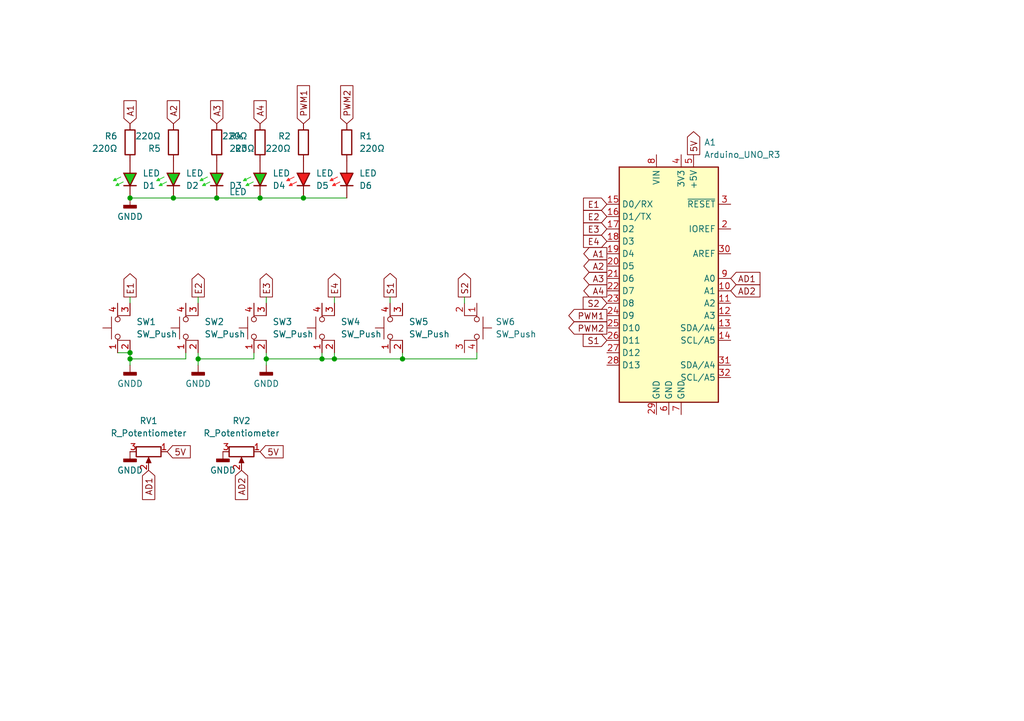
<source format=kicad_sch>
(kicad_sch (version 20250114) (generator "eeschema") (generator_version "9.0")
  (paper "A5")
  (lib_symbols
    (symbol "Device:R" (pin_numbers (hide yes)) (pin_names (offset 0))
      (property "Reference" "R" (at 2.032 0 90))
      (property "Value" "R" (at 0 0 90))
      (symbol "R_0_1"
        (rectangle (start -1.016 -2.54) (end 1.016 2.54) (stroke (width 0.254)))
      )
      (symbol "R_1_1"
        (pin passive line (at 0 3.81 270) (length 1.27) (name "~") (number "1"))
        (pin passive line (at 0 -3.81 90) (length 1.27) (name "~") (number "2"))
      )
    )
    (symbol "Device:R_Potentiometer" (pin_names (offset 1.016) (hide yes))
      (property "Reference" "RV" (at -4.445 0 90))
      (property "Value" "R_Potentiometer" (at -2.54 0 90))
      (symbol "R_Potentiometer_0_1"
        (rectangle (start 1.016 2.54) (end -1.016 -2.54) (stroke (width 0.254)))
        (polyline (pts (xy 1.143 0) (xy 2.286 0.508) (xy 2.286 -0.508) (xy 1.143 0)) (fill (type outline)))
        (polyline (pts (xy 2.54 0) (xy 1.524 0)))
      )
      (symbol "R_Potentiometer_1_1"
        (pin passive line (at 0 3.81 270) (length 1.27) (name "1") (number "1"))
        (pin passive line (at 0 -3.81 90) (length 1.27) (name "3") (number "3"))
        (pin passive line (at 3.81 0 180) (length 1.27) (name "2") (number "2"))
      )
    )
    (symbol "LED_AKL:LED_3mm_Green" (pin_numbers (hide yes)) (pin_names (offset 1.016) (hide yes))
      (property "Reference" "LED" (at 0 7.62 0))
      (property "Value" "LED_3mm_Green" (at 0 5.08 0))
      (symbol "LED_3mm_Green_0_1"
        (polyline (pts (xy -1.27 1.27) (xy -1.27 -1.27) (xy 1.27 0) (xy -1.27 1.27)) (stroke (width 0.254)) (fill (type color) (color 30 200 30 1)))
        (polyline (pts (xy -0.508 1.905) (xy 0.254 3.429)) (stroke (width 0.1524) (color 30 200 30 1)))
        (polyline (pts (xy 0.254 2.794) (xy -0.254 3.048) (xy 0.254 3.429) (xy 0.254 2.794)) (stroke (width 0) (color 30 200 30 1)) (fill (type outline)))
        (polyline (pts (xy 0.508 1.397) (xy 1.27 2.921)) (stroke (width 0.1524) (color 30 200 30 1)))
        (polyline (pts (xy 1.27 2.286) (xy 0.762 2.54) (xy 1.27 2.921) (xy 1.27 2.286)) (stroke (width 0.1524) (color 30 200 30 1)) (fill (type outline)))
        (polyline (pts (xy 1.27 1.27) (xy 1.27 -1.27)) (stroke (width 0.254)))
      )
      (symbol "LED_3mm_Green_0_2"
        (polyline (pts (xy -2.54 -2.54) (xy -0.889 -0.889)))
        (polyline (pts (xy -1.651 0.889) (xy -2.159 2.413)) (stroke (width 0) (color 30 200 30 1)))
        (polyline (pts (xy -0.889 -0.889) (xy -1.778 0) (xy 0.889 0.889) (xy 0 -1.778) (xy -0.889 -0.889)) (stroke (width 0.254)) (fill (type color) (color 30 200 30 1)))
        (polyline (pts (xy -0.508 1.27) (xy -1.016 2.794)) (stroke (width 0) (color 30 200 30 1)))
        (polyline (pts (xy 0 1.778) (xy 1.778 0)) (stroke (width 0.254)))
        (polyline (pts (xy 0.889 0.889) (xy 2.54 2.54)))
      )
      (symbol "LED_3mm_Green_1_1"
        (pin passive line (at -3.81 0 0) (length 2.54) (name "A") (number "2"))
        (pin passive line (at 3.81 0 180) (length 2.54) (name "K") (number "1"))
      )
      (symbol "LED_3mm_Green_1_2"
        (polyline (pts (xy -2.159 2.413) (xy -2.286 1.778) (xy -1.6764 1.9812) (xy -2.159 2.413)) (stroke (width 0) (color 30 200 30 1)) (fill (type outline)))
        (polyline (pts (xy -1.016 2.794) (xy -1.143 2.159) (xy -0.5334 2.3622) (xy -1.016 2.794)) (stroke (width 0) (color 30 200 30 1)) (fill (type outline)))
        (pin passive line (at -2.54 -2.54 0) (length 0) (name "A") (number "2"))
        (pin passive line (at 2.54 2.54 180) (length 0) (name "K") (number "1"))
      )
    )
    (symbol "LED_AKL:LED_3mm_Red" (pin_numbers (hide yes)) (pin_names (offset 1.016) (hide yes))
      (property "Reference" "LED" (at 0 7.62 0))
      (property "Value" "LED_3mm_Red" (at 0 5.08 0))
      (symbol "LED_3mm_Red_0_1"
        (polyline (pts (xy -1.27 1.27) (xy -1.27 -1.27) (xy 1.27 0) (xy -1.27 1.27)) (stroke (width 0.254)) (fill (type color) (color 240 30 30 1)))
        (polyline (pts (xy -0.508 1.905) (xy 0.254 3.429)) (stroke (width 0.1524) (color 240 30 30 1)))
        (polyline (pts (xy 0.254 2.794) (xy -0.254 3.048) (xy 0.254 3.429) (xy 0.254 2.794)) (stroke (width 0) (color 240 30 30 1)) (fill (type outline)))
        (polyline (pts (xy 0.508 1.397) (xy 1.27 2.921)) (stroke (width 0.1524) (color 240 30 30 1)))
        (polyline (pts (xy 1.27 2.286) (xy 0.762 2.54) (xy 1.27 2.921) (xy 1.27 2.286)) (stroke (width 0.1524) (color 240 30 30 1)) (fill (type outline)))
        (polyline (pts (xy 1.27 1.27) (xy 1.27 -1.27)) (stroke (width 0.254)))
      )
      (symbol "LED_3mm_Red_0_2"
        (polyline (pts (xy -2.54 -2.54) (xy -0.889 -0.889)))
        (polyline (pts (xy -1.651 0.889) (xy -2.159 2.413)) (stroke (width 0) (color 240 30 30 1)))
        (polyline (pts (xy -0.889 -0.889) (xy -1.778 0) (xy 0.889 0.889) (xy 0 -1.778) (xy -0.889 -0.889)) (stroke (width 0.254)) (fill (type color) (color 240 30 30 1)))
        (polyline (pts (xy -0.508 1.27) (xy -1.016 2.794)) (stroke (width 0) (color 240 30 30 1)))
        (polyline (pts (xy 0 1.778) (xy 1.778 0)) (stroke (width 0.254)))
        (polyline (pts (xy 0.889 0.889) (xy 2.54 2.54)))
      )
      (symbol "LED_3mm_Red_1_1"
        (pin passive line (at -3.81 0 0) (length 2.54) (name "A") (number "2"))
        (pin passive line (at 3.81 0 180) (length 2.54) (name "K") (number "1"))
      )
      (symbol "LED_3mm_Red_1_2"
        (polyline (pts (xy -2.159 2.413) (xy -2.286 1.778) (xy -1.6764 1.9812) (xy -2.159 2.413)) (stroke (width 0) (color 240 30 30 1)) (fill (type outline)))
        (polyline (pts (xy -1.016 2.794) (xy -1.143 2.159) (xy -0.5334 2.3622) (xy -1.016 2.794)) (stroke (width 0) (color 240 30 30 1)) (fill (type outline)))
        (pin passive line (at -2.54 -2.54 0) (length 0) (name "A") (number "2"))
        (pin passive line (at 2.54 2.54 180) (length 0) (name "K") (number "1"))
      )
    )
    (symbol "MCU_Module:Arduino_UNO_R3"
      (property "Reference" "A" (at -10.16 23.495 0))
      (property "Value" "Arduino_UNO_R3" (at 5.08 -26.67 0))
      (symbol "Arduino_UNO_R3_0_1"
        (rectangle (start -10.16 22.86) (end 10.16 -25.4) (stroke (width 0.254)) (fill (type background)))
      )
      (symbol "Arduino_UNO_R3_1_1"
        (pin bidirectional line (at -12.7 15.24 0) (length 2.54) (name "D0/RX") (number "15"))
        (pin bidirectional line (at -12.7 12.7 0) (length 2.54) (name "D1/TX") (number "16"))
        (pin bidirectional line (at -12.7 10.16 0) (length 2.54) (name "D2") (number "17"))
        (pin bidirectional line (at -12.7 7.62 0) (length 2.54) (name "D3") (number "18"))
        (pin bidirectional line (at -12.7 5.08 0) (length 2.54) (name "D4") (number "19"))
        (pin bidirectional line (at -12.7 2.54 0) (length 2.54) (name "D5") (number "20"))
        (pin bidirectional line (at -12.7 0 0) (length 2.54) (name "D6") (number "21"))
        (pin bidirectional line (at -12.7 -2.54 0) (length 2.54) (name "D7") (number "22"))
        (pin bidirectional line (at -12.7 -5.08 0) (length 2.54) (name "D8") (number "23"))
        (pin bidirectional line (at -12.7 -7.62 0) (length 2.54) (name "D9") (number "24"))
        (pin bidirectional line (at -12.7 -10.16 0) (length 2.54) (name "D10") (number "25"))
        (pin bidirectional line (at -12.7 -12.7 0) (length 2.54) (name "D11") (number "26"))
        (pin bidirectional line (at -12.7 -15.24 0) (length 2.54) (name "D12") (number "27"))
        (pin bidirectional line (at -12.7 -17.78 0) (length 2.54) (name "D13") (number "28"))
        (pin no_connect line (at -10.16 -20.32 0) (length 2.54) (hide yes) (name "NC") (number "1"))
        (pin power_in line (at -2.54 25.4 270) (length 2.54) (name "VIN") (number "8"))
        (pin power_in line (at -2.54 -27.94 90) (length 2.54) (name "GND") (number "29"))
        (pin power_in line (at 0 -27.94 90) (length 2.54) (name "GND") (number "6"))
        (pin power_out line (at 2.54 25.4 270) (length 2.54) (name "3V3") (number "4"))
        (pin power_in line (at 2.54 -27.94 90) (length 2.54) (name "GND") (number "7"))
        (pin power_out line (at 5.08 25.4 270) (length 2.54) (name "+5V") (number "5"))
        (pin input line (at 12.7 15.24 180) (length 2.54) (name "~{RESET}") (number "3"))
        (pin output line (at 12.7 10.16 180) (length 2.54) (name "IOREF") (number "2"))
        (pin input line (at 12.7 5.08 180) (length 2.54) (name "AREF") (number "30"))
        (pin bidirectional line (at 12.7 0 180) (length 2.54) (name "A0") (number "9"))
        (pin bidirectional line (at 12.7 -2.54 180) (length 2.54) (name "A1") (number "10"))
        (pin bidirectional line (at 12.7 -5.08 180) (length 2.54) (name "A2") (number "11"))
        (pin bidirectional line (at 12.7 -7.62 180) (length 2.54) (name "A3") (number "12"))
        (pin bidirectional line (at 12.7 -10.16 180) (length 2.54) (name "SDA/A4") (number "13"))
        (pin bidirectional line (at 12.7 -12.7 180) (length 2.54) (name "SCL/A5") (number "14"))
        (pin bidirectional line (at 12.7 -17.78 180) (length 2.54) (name "SDA/A4") (number "31"))
        (pin bidirectional line (at 12.7 -20.32 180) (length 2.54) (name "SCL/A5") (number "32"))
      )
    )
    (symbol "Switch:SW_MEC_5E" (pin_names (offset 1.016) (hide yes))
      (property "Reference" "SW" (at 0.635 5.715 0))
      (property "Value" "SW_MEC_5E" (at 0 -3.175 0))
      (symbol "SW_MEC_5E_0_1"
        (polyline (pts (xy -2.54 0) (xy -2.54 2.54) (xy -2.286 2.54)))
        (polyline (pts (xy -2.286 3.81) (xy 2.286 3.81)))
        (circle (center -1.778 2.54) (radius 0.508))
        (polyline (pts (xy 0 3.81) (xy 0 5.588)))
        (circle (center 1.778 2.54) (radius 0.508))
        (polyline (pts (xy 2.54 0) (xy 2.54 2.54) (xy 2.286 2.54)))
        (pin passive line (at -5.08 2.54 0) (length 2.54) (name "1") (number "1"))
        (pin passive line (at -5.08 0 0) (length 2.54) (name "2") (number "2"))
        (pin passive line (at 5.08 2.54 180) (length 2.54) (name "A") (number "4"))
        (pin passive line (at 5.08 0 180) (length 2.54) (name "K") (number "3"))
      )
    )
    (symbol "power:GNDD" (power) (pin_numbers (hide yes)) (pin_names (offset 0) (hide yes))
      (property "Value" "GNDD" (at 0 -3.175 0))
      (symbol "GNDD_0_1"
        (rectangle (start -1.27 -1.524) (end 1.27 -2.032) (stroke (width 0.254)) (fill (type outline)))
        (polyline (pts (xy 0 0) (xy 0 -1.524)))
      )
      (symbol "GNDD_1_1"
        (pin power_in line (at 0 0 270) (length 0) (name "~") (number "1"))
      )
    )
  )
  (junction (at 35.56 40.64))
  (junction (at 53.34 40.64))
  (junction (at 54.61 73.66))
  (junction (at 68.58 73.66))
  (junction (at 66.04 73.66))
  (junction (at 40.64 73.66))
  (junction (at 26.67 72.39))
  (junction (at 44.45 40.64))
  (junction (at 62.23 40.64))
  (junction (at 82.55 73.66))
  (junction (at 26.67 73.66))
  (junction (at 26.67 40.64))
  (wire (pts (xy 40.64 73.66) (xy 52.07 73.66)))
  (wire (pts (xy 40.64 72.39) (xy 40.64 73.66)))
  (wire (pts (xy 24.13 72.39) (xy 26.67 72.39)))
  (wire (pts (xy 40.64 60.96) (xy 40.64 62.23)))
  (wire (pts (xy 97.79 72.39) (xy 97.79 73.66)))
  (wire (pts (xy 40.64 73.66) (xy 40.64 74.93)))
  (wire (pts (xy 26.67 72.39) (xy 26.67 73.66)))
  (wire (pts (xy 26.67 60.96) (xy 26.67 62.23)))
  (wire (pts (xy 26.67 73.66) (xy 38.1 73.66)))
  (wire (pts (xy 54.61 73.66) (xy 66.04 73.66)))
  (wire (pts (xy 66.04 72.39) (xy 66.04 73.66)))
  (wire (pts (xy 54.61 72.39) (xy 54.61 73.66)))
  (wire (pts (xy 68.58 72.39) (xy 68.58 73.66)))
  (wire (pts (xy 26.67 40.64) (xy 35.56 40.64)))
  (wire (pts (xy 82.55 73.66) (xy 68.58 73.66)))
  (wire (pts (xy 80.01 60.96) (xy 80.01 62.23)))
  (wire (pts (xy 97.79 73.66) (xy 82.55 73.66)))
  (wire (pts (xy 35.56 40.64) (xy 44.45 40.64)))
  (wire (pts (xy 54.61 60.96) (xy 54.61 62.23)))
  (wire (pts (xy 66.04 73.66) (xy 68.58 73.66)))
  (wire (pts (xy 54.61 73.66) (xy 54.61 74.93)))
  (wire (pts (xy 82.55 72.39) (xy 82.55 73.66)))
  (wire (pts (xy 62.23 40.64) (xy 71.12 40.64)))
  (wire (pts (xy 38.1 72.39) (xy 38.1 73.66)))
  (wire (pts (xy 68.58 60.96) (xy 68.58 62.23)))
  (wire (pts (xy 53.34 40.64) (xy 62.23 40.64)))
  (wire (pts (xy 26.67 73.66) (xy 26.67 74.93)))
  (wire (pts (xy 44.45 40.64) (xy 53.34 40.64)))
  (wire (pts (xy 52.07 72.39) (xy 52.07 73.66)))
  (wire (pts (xy 95.25 60.96) (xy 95.25 62.23)))
  (global_label "E2" (shape output) (at 40.64 60.96 90) (property "Intersheetrefs" "${INTERSHEET_REFS}" (effects (hide yes))))
  (global_label "A1" (shape input) (at 26.67 25.4 90) (property "Intersheetrefs" "${INTERSHEET_REFS}" (effects (hide yes))))
  (global_label "AD1" (shape input) (at 149.86 57.15 0) (property "Intersheetrefs" "${INTERSHEET_REFS}" (effects (hide yes))))
  (global_label "A2" (shape input) (at 35.56 25.4 90) (property "Intersheetrefs" "${INTERSHEET_REFS}" (effects (hide yes))))
  (global_label "E2" (shape input) (at 124.46 44.45 180) (property "Intersheetrefs" "${INTERSHEET_REFS}" (effects (hide yes))))
  (global_label "5V" (shape input) (at 53.34 92.71 0) (property "Intersheetrefs" "${INTERSHEET_REFS}" (effects (hide yes))))
  (global_label "AD2" (shape input) (at 49.53 96.52 270) (property "Intersheetrefs" "${INTERSHEET_REFS}" (effects (hide yes))))
  (global_label "PWM1" (shape input) (at 62.23 25.4 90) (property "Intersheetrefs" "${INTERSHEET_REFS}" (effects (hide yes))))
  (global_label "E1" (shape output) (at 26.67 60.96 90) (property "Intersheetrefs" "${INTERSHEET_REFS}" (effects (hide yes))))
  (global_label "S2" (shape output) (at 95.25 60.96 90) (property "Intersheetrefs" "${INTERSHEET_REFS}" (effects (hide yes))))
  (global_label "PWM2" (shape output) (at 124.46 67.31 180) (property "Intersheetrefs" "${INTERSHEET_REFS}" (effects (hide yes))))
  (global_label "S1" (shape input) (at 124.46 69.85 180) (property "Intersheetrefs" "${INTERSHEET_REFS}" (effects (hide yes))))
  (global_label "A3" (shape output) (at 124.46 57.15 180) (property "Intersheetrefs" "${INTERSHEET_REFS}" (effects (hide yes))))
  (global_label "5V" (shape output) (at 142.24 31.75 90) (property "Intersheetrefs" "${INTERSHEET_REFS}" (effects (hide yes))))
  (global_label "S1" (shape output) (at 80.01 60.96 90) (property "Intersheetrefs" "${INTERSHEET_REFS}" (effects (hide yes))))
  (global_label "PWM2" (shape input) (at 71.12 25.4 90) (property "Intersheetrefs" "${INTERSHEET_REFS}" (effects (hide yes))))
  (global_label "A4" (shape input) (at 53.34 25.4 90) (property "Intersheetrefs" "${INTERSHEET_REFS}" (effects (hide yes))))
  (global_label "AD1" (shape input) (at 30.48 96.52 270) (property "Intersheetrefs" "${INTERSHEET_REFS}" (effects (hide yes))))
  (global_label "A1" (shape output) (at 124.46 52.07 180) (property "Intersheetrefs" "${INTERSHEET_REFS}" (effects (hide yes))))
  (global_label "A4" (shape output) (at 124.46 59.69 180) (property "Intersheetrefs" "${INTERSHEET_REFS}" (effects (hide yes))))
  (global_label "E3" (shape input) (at 124.46 46.99 180) (property "Intersheetrefs" "${INTERSHEET_REFS}" (effects (hide yes))))
  (global_label "E4" (shape output) (at 68.58 60.96 90) (property "Intersheetrefs" "${INTERSHEET_REFS}" (effects (hide yes))))
  (global_label "A3" (shape input) (at 44.45 25.4 90) (property "Intersheetrefs" "${INTERSHEET_REFS}" (effects (hide yes))))
  (global_label "E4" (shape input) (at 124.46 49.53 180) (property "Intersheetrefs" "${INTERSHEET_REFS}" (effects (hide yes))))
  (global_label "PWM1" (shape output) (at 124.46 64.77 180) (property "Intersheetrefs" "${INTERSHEET_REFS}" (effects (hide yes))))
  (global_label "AD2" (shape input) (at 149.86 59.69 0) (property "Intersheetrefs" "${INTERSHEET_REFS}" (effects (hide yes))))
  (global_label "E1" (shape input) (at 124.46 41.91 180) (property "Intersheetrefs" "${INTERSHEET_REFS}" (effects (hide yes))))
  (global_label "S2" (shape input) (at 124.46 62.23 180) (property "Intersheetrefs" "${INTERSHEET_REFS}" (effects (hide yes))))
  (global_label "5V" (shape input) (at 34.29 92.71 0) (property "Intersheetrefs" "${INTERSHEET_REFS}" (effects (hide yes))))
  (global_label "A2" (shape output) (at 124.46 54.61 180) (property "Intersheetrefs" "${INTERSHEET_REFS}" (effects (hide yes))))
  (global_label "E3" (shape output) (at 54.61 60.96 90) (property "Intersheetrefs" "${INTERSHEET_REFS}" (effects (hide yes))))
  (symbol (lib_id "Device:R") (at 53.34 29.21 180) (unit 1)
    (property "Reference" "R3" (at 50.8 30.4801 0) (effects (justify left)))
    (property "Value" "220Ω" (at 50.8 27.9401 0) (effects (justify left)))
    (property "Footprint" "Resistor_THT:R_Axial_DIN0207_L6.3mm_D2.5mm_P5.08mm_Vertical" (effects (hide yes)))
    (property "Description" "Resistor" (effects (hide yes)))
  )
  (symbol (lib_id "Device:R_Potentiometer") (at 49.53 92.71 270) (unit 1)
    (property "Reference" "RV2" (at 49.53 86.36 90))
    (property "Value" "R_Potentiometer" (at 49.53 88.9 90))
    (property "Footprint" "Library:3310" (effects (hide yes)))
    (property "Description" "Potentiometer" (effects (hide yes)))
  )
  (symbol (lib_id "Device:R") (at 26.67 29.21 0) (mirror y) (unit 1)
    (property "Reference" "R6" (at 24.13 27.9399 0) (effects (justify left)))
    (property "Value" "220Ω" (at 24.13 30.4799 0) (effects (justify left)))
    (property "Footprint" "Resistor_THT:R_Axial_DIN0207_L6.3mm_D2.5mm_P5.08mm_Vertical" (effects (hide yes)))
    (property "Description" "Resistor" (effects (hide yes)))
  )
  (symbol (lib_id "Device:R") (at 44.45 29.21 0) (mirror y) (unit 1)
    (property "Reference" "R4" (at 46.99 27.9399 0) (effects (justify right)))
    (property "Value" "220Ω" (at 46.99 30.4799 0) (effects (justify right)))
    (property "Footprint" "Resistor_THT:R_Axial_DIN0207_L6.3mm_D2.5mm_P5.08mm_Vertical" (effects (hide yes)))
    (property "Description" "Resistor" (effects (hide yes)))
  )
  (symbol (lib_id "power:GNDD") (at 40.64 74.93 0) (unit 1)
    (property "Reference" "#PWR06" (effects (hide yes)))
    (property "Value" "GNDD" (at 40.64 78.74 0))
    (property "Description" "Power symbol creates a global label with name \"GNDD\" , digital ground" (effects (hide yes)))
  )
  (symbol (lib_id "Switch:SW_MEC_5E") (at 68.58 67.31 90) (unit 1)
    (property "Reference" "SW4" (at 69.85 66.0399 90) (effects (justify right)))
    (property "Value" "SW_Push" (at 69.85 68.5799 90) (effects (justify right)))
    (property "Footprint" "Button_Switch_THT:SW_PUSH_6mm" (effects (hide yes)))
    (property "Datasheet" "http://www.apem.com/int/index.php?controller=attachment&id_attachment=1371" (effects (hide yes)))
    (property "Description" "MEC 5E single pole normally-open tactile switch" (effects (hide yes)))
  )
  (symbol (lib_id "power:GNDD") (at 26.67 40.64 0) (unit 1)
    (property "Reference" "#PWR01" (effects (hide yes)))
    (property "Value" "GNDD" (at 26.67 44.45 0))
    (property "Description" "Power symbol creates a global label with name \"GNDD\" , digital ground" (effects (hide yes)))
  )
  (symbol (lib_id "LED_AKL:LED_3mm_Green") (at 26.67 36.83 90) (mirror x) (unit 1)
    (property "Reference" "D1" (at 29.21 38.1001 90) (effects (justify right)))
    (property "Value" "LED" (at 29.21 35.5601 90) (effects (justify right)))
    (property "Footprint" "LED_THT_AKL:LED_D3.0mm" (effects (hide yes)))
    (property "Description" "Green LED, 3mm THT, Alternate KiCad Library" (effects (hide yes)))
    (property "Sim.Pins" "1=K 2=A" (effects (hide yes)))
  )
  (symbol (lib_id "Switch:SW_MEC_5E") (at 40.64 67.31 90) (unit 1)
    (property "Reference" "SW2" (at 41.91 66.0399 90) (effects (justify right)))
    (property "Value" "SW_Push" (at 41.91 68.5799 90) (effects (justify right)))
    (property "Footprint" "Button_Switch_THT:SW_PUSH_6mm" (effects (hide yes)))
    (property "Datasheet" "http://www.apem.com/int/index.php?controller=attachment&id_attachment=1371" (effects (hide yes)))
    (property "Description" "MEC 5E single pole normally-open tactile switch" (effects (hide yes)))
  )
  (symbol (lib_id "Switch:SW_MEC_5E") (at 82.55 67.31 90) (unit 1)
    (property "Reference" "SW5" (at 83.82 66.0399 90) (effects (justify right)))
    (property "Value" "SW_Push" (at 83.82 68.5799 90) (effects (justify right)))
    (property "Footprint" "Button_Switch_THT:SW_PUSH_6mm" (effects (hide yes)))
    (property "Datasheet" "http://www.apem.com/int/index.php?controller=attachment&id_attachment=1371" (effects (hide yes)))
    (property "Description" "MEC 5E single pole normally-open tactile switch" (effects (hide yes)))
  )
  (symbol (lib_id "LED_AKL:LED_3mm_Green") (at 35.56 36.83 90) (mirror x) (unit 1)
    (property "Reference" "D2" (at 38.1 38.1001 90) (effects (justify right)))
    (property "Value" "LED" (at 38.1 35.5601 90) (effects (justify right)))
    (property "Footprint" "LED_THT_AKL:LED_D3.0mm" (effects (hide yes)))
    (property "Description" "Green LED, 3mm THT, Alternate KiCad Library" (effects (hide yes)))
    (property "Sim.Pins" "1=K 2=A" (effects (hide yes)))
  )
  (symbol (lib_id "Device:R") (at 71.12 29.21 180) (unit 1)
    (property "Reference" "R1" (at 73.66 27.9399 0) (effects (justify right)))
    (property "Value" "220Ω" (at 73.66 30.4799 0) (effects (justify right)))
    (property "Footprint" "Resistor_THT:R_Axial_DIN0207_L6.3mm_D2.5mm_P5.08mm_Vertical" (effects (hide yes)))
    (property "Description" "Resistor" (effects (hide yes)))
  )
  (symbol (lib_id "LED_AKL:LED_3mm_Green") (at 44.45 36.83 90) (mirror x) (unit 1)
    (property "Reference" "D3" (at 46.99 38.1001 90) (effects (justify right)))
    (property "Value" "LED" (at 46.99 39.3701 90) (effects (justify right)))
    (property "Footprint" "LED_THT_AKL:LED_D3.0mm" (effects (hide yes)))
    (property "Description" "Green LED, 3mm THT, Alternate KiCad Library" (effects (hide yes)))
    (property "Sim.Pins" "1=K 2=A" (effects (hide yes)))
  )
  (symbol (lib_id "power:GNDD") (at 26.67 92.71 0) (unit 1)
    (property "Reference" "#PWR03" (effects (hide yes)))
    (property "Value" "GNDD" (at 26.67 96.52 0))
    (property "Description" "Power symbol creates a global label with name \"GNDD\" , digital ground" (effects (hide yes)))
  )
  (symbol (lib_id "Device:R") (at 35.56 29.21 180) (unit 1)
    (property "Reference" "R5" (at 33.02 30.4801 0) (effects (justify left)))
    (property "Value" "220Ω" (at 33.02 27.9401 0) (effects (justify left)))
    (property "Footprint" "Resistor_THT:R_Axial_DIN0207_L6.3mm_D2.5mm_P5.08mm_Vertical" (effects (hide yes)))
    (property "Description" "Resistor" (effects (hide yes)))
  )
  (symbol (lib_id "MCU_Module:Arduino_UNO_R3") (at 137.16 57.15 0) (unit 1)
    (property "Reference" "A1" (at 144.3833 29.21 0) (effects (justify left)))
    (property "Value" "Arduino_UNO_R3" (at 144.3833 31.75 0) (effects (justify left)))
    (property "Footprint" "Module:Arduino_UNO_R3" (effects (hide yes)))
    (property "Datasheet" "https://www.arduino.cc/en/Main/arduinoBoardUno" (effects (hide yes)))
    (property "Description" "Arduino UNO Microcontroller Module, release 3" (effects (hide yes)))
  )
  (symbol (lib_id "power:GNDD") (at 45.72 92.71 0) (unit 1)
    (property "Reference" "#PWR04" (effects (hide yes)))
    (property "Value" "GNDD" (at 45.72 96.52 0))
    (property "Description" "Power symbol creates a global label with name \"GNDD\" , digital ground" (effects (hide yes)))
  )
  (symbol (lib_id "Switch:SW_MEC_5E") (at 26.67 67.31 90) (unit 1)
    (property "Reference" "SW1" (at 27.94 66.0399 90) (effects (justify right)))
    (property "Value" "SW_Push" (at 27.94 68.5799 90) (effects (justify right)))
    (property "Footprint" "Button_Switch_THT:SW_PUSH_6mm" (effects (hide yes)))
    (property "Datasheet" "http://www.apem.com/int/index.php?controller=attachment&id_attachment=1371" (effects (hide yes)))
    (property "Description" "MEC 5E single pole normally-open tactile switch" (effects (hide yes)))
  )
  (symbol (lib_id "Device:R") (at 62.23 29.21 0) (mirror y) (unit 1)
    (property "Reference" "R2" (at 59.69 27.9399 0) (effects (justify left)))
    (property "Value" "220Ω" (at 59.69 30.4799 0) (effects (justify left)))
    (property "Footprint" "Resistor_THT:R_Axial_DIN0207_L6.3mm_D2.5mm_P5.08mm_Vertical" (effects (hide yes)))
    (property "Description" "Resistor" (effects (hide yes)))
  )
  (symbol (lib_id "LED_AKL:LED_3mm_Green") (at 53.34 36.83 90) (mirror x) (unit 1)
    (property "Reference" "D4" (at 55.88 38.1001 90) (effects (justify right)))
    (property "Value" "LED" (at 55.88 35.5601 90) (effects (justify right)))
    (property "Footprint" "LED_THT_AKL:LED_D3.0mm" (effects (hide yes)))
    (property "Description" "Green LED, 3mm THT, Alternate KiCad Library" (effects (hide yes)))
    (property "Sim.Pins" "1=K 2=A" (effects (hide yes)))
  )
  (symbol (lib_id "power:GNDD") (at 54.61 74.93 0) (unit 1)
    (property "Reference" "#PWR07" (effects (hide yes)))
    (property "Value" "GNDD" (at 54.61 78.74 0))
    (property "Description" "Power symbol creates a global label with name \"GNDD\" , digital ground" (effects (hide yes)))
  )
  (symbol (lib_id "Switch:SW_MEC_5E") (at 54.61 67.31 90) (unit 1)
    (property "Reference" "SW3" (at 55.88 66.0399 90) (effects (justify right)))
    (property "Value" "SW_Push" (at 55.88 68.5799 90) (effects (justify right)))
    (property "Footprint" "Button_Switch_THT:SW_PUSH_6mm" (effects (hide yes)))
    (property "Datasheet" "http://www.apem.com/int/index.php?controller=attachment&id_attachment=1371" (effects (hide yes)))
    (property "Description" "MEC 5E single pole normally-open tactile switch" (effects (hide yes)))
  )
  (symbol (lib_id "LED_AKL:LED_3mm_Red") (at 62.23 36.83 90) (mirror x) (unit 1)
    (property "Reference" "D5" (at 64.77 38.1001 90) (effects (justify right)))
    (property "Value" "LED" (at 64.77 35.5601 90) (effects (justify right)))
    (property "Footprint" "LED_THT_AKL:LED_D3.0mm" (effects (hide yes)))
    (property "Description" "Red LED, 3mm THT, Alternate KiCad Library" (effects (hide yes)))
    (property "Sim.Pins" "1=K 2=A" (effects (hide yes)))
  )
  (symbol (lib_id "LED_AKL:LED_3mm_Red") (at 71.12 36.83 90) (mirror x) (unit 1)
    (property "Reference" "D6" (at 73.66 38.1001 90) (effects (justify right)))
    (property "Value" "LED" (at 73.66 35.5601 90) (effects (justify right)))
    (property "Footprint" "LED_THT_AKL:LED_D3.0mm" (effects (hide yes)))
    (property "Description" "Red LED, 3mm THT, Alternate KiCad Library" (effects (hide yes)))
    (property "Sim.Pins" "1=K 2=A" (effects (hide yes)))
  )
  (symbol (lib_id "Switch:SW_MEC_5E") (at 95.25 67.31 270) (unit 1)
    (property "Reference" "SW6" (at 101.6 66.0399 90) (effects (justify left)))
    (property "Value" "SW_Push" (at 101.6 68.5799 90) (effects (justify left)))
    (property "Footprint" "Button_Switch_THT:SW_PUSH_6mm" (effects (hide yes)))
    (property "Datasheet" "http://www.apem.com/int/index.php?controller=attachment&id_attachment=1371" (effects (hide yes)))
    (property "Description" "MEC 5E single pole normally-open tactile switch" (effects (hide yes)))
  )
  (symbol (lib_id "Device:R_Potentiometer") (at 30.48 92.71 270) (unit 1)
    (property "Reference" "RV1" (at 30.48 86.36 90))
    (property "Value" "R_Potentiometer" (at 30.48 88.9 90))
    (property "Footprint" "Library:3310" (effects (hide yes)))
    (property "Description" "Potentiometer" (effects (hide yes)))
  )
  (symbol (lib_id "power:GNDD") (at 26.67 74.93 0) (unit 1)
    (property "Reference" "#PWR02" (effects (hide yes)))
    (property "Value" "GNDD" (at 26.67 78.74 0))
    (property "Description" "Power symbol creates a global label with name \"GNDD\" , digital ground" (effects (hide yes)))
  )
)
</source>
